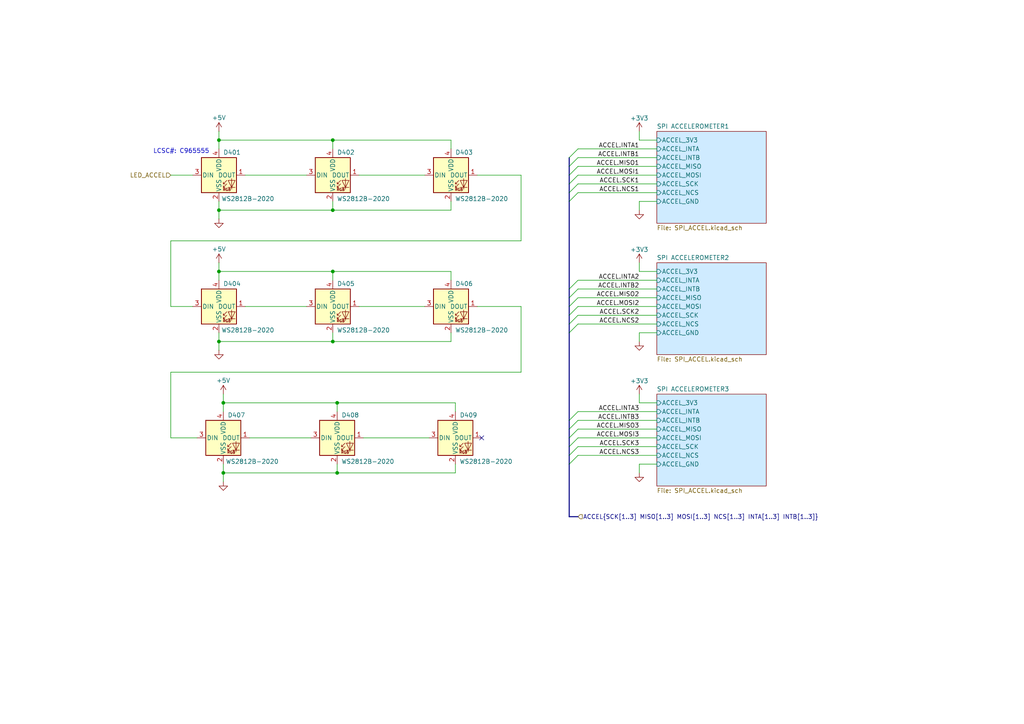
<source format=kicad_sch>
(kicad_sch (version 20231120) (generator "eeschema") (generator_version "8.0")
  (paper "A4")
  (lib_symbols
    (symbol "LED:WS2812B-2020" (pin_names (offset 0.254))
      (property "Reference" "D" (at 5.08 5.715 0))
      (property "Value" "WS2812B-2020" (at 1.27 -5.715 0))
      (symbol "WS2812B-2020_0_0"
        (text "RGB" (at 2.286 -4.191 0) (effects (font (size 0.762 0.762))))
      )
      (symbol "WS2812B-2020_0_1"
        (polyline (pts (xy 1.27 -3.556) (xy 1.778 -3.556)))
        (polyline (pts (xy 1.27 -2.54) (xy 1.778 -2.54)))
        (polyline (pts (xy 4.699 -3.556) (xy 2.667 -3.556)))
        (polyline (pts (xy 2.286 -2.54) (xy 1.27 -3.556) (xy 1.27 -3.048)))
        (polyline (pts (xy 2.286 -1.524) (xy 1.27 -2.54) (xy 1.27 -2.032)))
        (polyline (pts (xy 3.683 -1.016) (xy 3.683 -3.556) (xy 3.683 -4.064)))
        (polyline (pts (xy 4.699 -1.524) (xy 2.667 -1.524) (xy 3.683 -3.556) (xy 4.699 -1.524)))
        (rectangle (start 5.08 5.08) (end -5.08 -5.08) (stroke (width 0.254)) (fill (type background)))
      )
      (symbol "WS2812B-2020_1_1"
        (pin output line (at 7.62 0 180) (length 2.54) (name "DOUT") (number "1"))
        (pin power_in line (at 0 -7.62 90) (length 2.54) (name "VSS") (number "2"))
        (pin input line (at -7.62 0 0) (length 2.54) (name "DIN") (number "3"))
        (pin power_in line (at 0 7.62 270) (length 2.54) (name "VDD") (number "4"))
      )
    )
    (symbol "power:+3V3" (power) (pin_numbers hide) (pin_names (offset 0) hide)
      (property "Value" "+3V3" (at 0 3.556 0))
      (symbol "+3V3_0_1"
        (polyline (pts (xy -0.762 1.27) (xy 0 2.54)))
        (polyline (pts (xy 0 0) (xy 0 2.54)))
        (polyline (pts (xy 0 2.54) (xy 0.762 1.27)))
      )
      (symbol "+3V3_1_1"
        (pin power_in line (at 0 0 90) (length 0) (name "~") (number "1"))
      )
    )
    (symbol "power:+5V" (power) (pin_numbers hide) (pin_names (offset 0) hide)
      (property "Value" "+5V" (at 0 3.556 0))
      (symbol "+5V_0_1"
        (polyline (pts (xy -0.762 1.27) (xy 0 2.54)))
        (polyline (pts (xy 0 0) (xy 0 2.54)))
        (polyline (pts (xy 0 2.54) (xy 0.762 1.27)))
      )
      (symbol "+5V_1_1"
        (pin power_in line (at 0 0 90) (length 0) (name "~") (number "1"))
      )
    )
    (symbol "power:GND" (power) (pin_numbers hide) (pin_names (offset 0) hide)
      (property "Value" "GND" (at 0 -3.81 0))
      (symbol "GND_0_1"
        (polyline (pts (xy 0 0) (xy 0 -1.27) (xy 1.27 -1.27) (xy 0 -2.54) (xy -1.27 -1.27) (xy 0 -1.27)))
      )
      (symbol "GND_1_1"
        (pin power_in line (at 0 0 270) (length 0) (name "~") (number "1"))
      )
    )
  )
  (junction (at 96.52 40.64))
  (junction (at 97.79 137.16))
  (junction (at 96.52 99.06))
  (junction (at 63.5 78.74))
  (junction (at 96.52 78.74))
  (junction (at 63.5 99.06))
  (junction (at 64.77 116.84))
  (junction (at 96.52 60.96))
  (junction (at 64.77 137.16))
  (junction (at 63.5 40.64))
  (junction (at 63.5 60.96))
  (junction (at 97.79 116.84))
  (no_connect (at 139.7 127))
  (bus_entry (at 165.1 55.88) (size 2.54 -2.54))
  (bus_entry (at 165.1 132.08) (size 2.54 -2.54))
  (bus_entry (at 165.1 91.44) (size 2.54 -2.54))
  (bus_entry (at 165.1 121.92) (size 2.54 -2.54))
  (bus_entry (at 165.1 53.34) (size 2.54 -2.54))
  (bus_entry (at 165.1 86.36) (size 2.54 -2.54))
  (bus_entry (at 165.1 50.8) (size 2.54 -2.54))
  (bus_entry (at 165.1 58.42) (size 2.54 -2.54))
  (bus_entry (at 165.1 124.46) (size 2.54 -2.54))
  (bus_entry (at 165.1 96.52) (size 2.54 -2.54))
  (bus_entry (at 165.1 134.62) (size 2.54 -2.54))
  (bus_entry (at 165.1 88.9) (size 2.54 -2.54))
  (bus_entry (at 165.1 45.72) (size 2.54 -2.54))
  (bus_entry (at 165.1 129.54) (size 2.54 -2.54))
  (bus_entry (at 165.1 83.82) (size 2.54 -2.54))
  (bus_entry (at 165.1 93.98) (size 2.54 -2.54))
  (bus_entry (at 165.1 48.26) (size 2.54 -2.54))
  (bus_entry (at 165.1 127) (size 2.54 -2.54))
  (bus (pts (xy 165.1 124.46) (xy 165.1 127)))
  (wire (pts (xy 185.42 134.62) (xy 190.5 134.62)))
  (wire (pts (xy 167.64 127) (xy 190.5 127)))
  (wire (pts (xy 96.52 58.42) (xy 96.52 60.96)))
  (wire (pts (xy 167.64 81.28) (xy 190.5 81.28)))
  (wire (pts (xy 167.64 48.26) (xy 190.5 48.26)))
  (wire (pts (xy 97.79 116.84) (xy 132.08 116.84)))
  (bus (pts (xy 165.1 93.98) (xy 165.1 96.52)))
  (wire (pts (xy 167.64 129.54) (xy 190.5 129.54)))
  (wire (pts (xy 130.81 58.42) (xy 130.81 60.96)))
  (wire (pts (xy 63.5 99.06) (xy 96.52 99.06)))
  (wire (pts (xy 167.64 119.38) (xy 190.5 119.38)))
  (wire (pts (xy 167.64 124.46) (xy 190.5 124.46)))
  (wire (pts (xy 104.14 88.9) (xy 123.19 88.9)))
  (wire (pts (xy 63.5 38.1) (xy 63.5 40.64)))
  (wire (pts (xy 96.52 78.74) (xy 96.52 81.28)))
  (wire (pts (xy 96.52 60.96) (xy 130.81 60.96)))
  (bus (pts (xy 165.1 48.26) (xy 165.1 50.8)))
  (wire (pts (xy 185.42 116.84) (xy 190.5 116.84)))
  (bus (pts (xy 165.1 45.72) (xy 165.1 48.26)))
  (bus (pts (xy 165.1 91.44) (xy 165.1 93.98)))
  (wire (pts (xy 97.79 134.62) (xy 97.79 137.16)))
  (wire (pts (xy 167.64 43.18) (xy 190.5 43.18)))
  (wire (pts (xy 185.42 76.2) (xy 185.42 78.74)))
  (wire (pts (xy 96.52 78.74) (xy 130.81 78.74)))
  (wire (pts (xy 185.42 40.64) (xy 190.5 40.64)))
  (wire (pts (xy 167.64 86.36) (xy 190.5 86.36)))
  (wire (pts (xy 167.64 93.98) (xy 190.5 93.98)))
  (wire (pts (xy 185.42 99.06) (xy 185.42 96.52)))
  (wire (pts (xy 63.5 76.2) (xy 63.5 78.74)))
  (wire (pts (xy 64.77 114.3) (xy 64.77 116.84)))
  (wire (pts (xy 185.42 137.16) (xy 185.42 134.62)))
  (bus (pts (xy 165.1 132.08) (xy 165.1 134.62)))
  (wire (pts (xy 97.79 116.84) (xy 97.79 119.38)))
  (wire (pts (xy 49.53 69.85) (xy 49.53 88.9)))
  (wire (pts (xy 167.64 45.72) (xy 190.5 45.72)))
  (wire (pts (xy 63.5 43.18) (xy 63.5 40.64)))
  (wire (pts (xy 167.64 53.34) (xy 190.5 53.34)))
  (wire (pts (xy 167.64 55.88) (xy 190.5 55.88)))
  (wire (pts (xy 64.77 134.62) (xy 64.77 137.16)))
  (wire (pts (xy 185.42 60.96) (xy 185.42 58.42)))
  (wire (pts (xy 49.53 107.95) (xy 49.53 127)))
  (wire (pts (xy 138.43 88.9) (xy 151.13 88.9)))
  (wire (pts (xy 63.5 81.28) (xy 63.5 78.74)))
  (wire (pts (xy 49.53 127) (xy 57.15 127)))
  (wire (pts (xy 49.53 50.8) (xy 55.88 50.8)))
  (bus (pts (xy 165.1 129.54) (xy 165.1 132.08)))
  (bus (pts (xy 165.1 96.52) (xy 165.1 121.92)))
  (wire (pts (xy 167.64 121.92) (xy 190.5 121.92)))
  (bus (pts (xy 165.1 50.8) (xy 165.1 53.34)))
  (wire (pts (xy 132.08 116.84) (xy 132.08 119.38)))
  (wire (pts (xy 63.5 58.42) (xy 63.5 60.96)))
  (wire (pts (xy 151.13 88.9) (xy 151.13 107.95)))
  (wire (pts (xy 72.39 127) (xy 90.17 127)))
  (bus (pts (xy 165.1 58.42) (xy 165.1 83.82)))
  (wire (pts (xy 185.42 78.74) (xy 190.5 78.74)))
  (wire (pts (xy 63.5 96.52) (xy 63.5 99.06)))
  (wire (pts (xy 96.52 40.64) (xy 96.52 43.18)))
  (wire (pts (xy 63.5 60.96) (xy 96.52 60.96)))
  (bus (pts (xy 165.1 121.92) (xy 165.1 124.46)))
  (wire (pts (xy 167.64 91.44) (xy 190.5 91.44)))
  (wire (pts (xy 185.42 96.52) (xy 190.5 96.52)))
  (wire (pts (xy 49.53 88.9) (xy 55.88 88.9)))
  (wire (pts (xy 63.5 78.74) (xy 96.52 78.74)))
  (wire (pts (xy 167.64 83.82) (xy 190.5 83.82)))
  (wire (pts (xy 185.42 38.1) (xy 185.42 40.64)))
  (wire (pts (xy 167.64 88.9) (xy 190.5 88.9)))
  (wire (pts (xy 104.14 50.8) (xy 123.19 50.8)))
  (wire (pts (xy 71.12 88.9) (xy 88.9 88.9)))
  (wire (pts (xy 64.77 137.16) (xy 97.79 137.16)))
  (wire (pts (xy 105.41 127) (xy 124.46 127)))
  (bus (pts (xy 165.1 83.82) (xy 165.1 86.36)))
  (wire (pts (xy 64.77 139.7) (xy 64.77 137.16)))
  (wire (pts (xy 167.64 132.08) (xy 190.5 132.08)))
  (wire (pts (xy 64.77 116.84) (xy 97.79 116.84)))
  (wire (pts (xy 71.12 50.8) (xy 88.9 50.8)))
  (bus (pts (xy 165.1 55.88) (xy 165.1 58.42)))
  (wire (pts (xy 63.5 40.64) (xy 96.52 40.64)))
  (wire (pts (xy 151.13 50.8) (xy 151.13 69.85)))
  (wire (pts (xy 130.81 78.74) (xy 130.81 81.28)))
  (wire (pts (xy 63.5 101.6) (xy 63.5 99.06)))
  (bus (pts (xy 165.1 134.62) (xy 165.1 149.86)))
  (wire (pts (xy 167.64 50.8) (xy 190.5 50.8)))
  (wire (pts (xy 130.81 96.52) (xy 130.81 99.06)))
  (wire (pts (xy 151.13 69.85) (xy 49.53 69.85)))
  (bus (pts (xy 165.1 86.36) (xy 165.1 88.9)))
  (wire (pts (xy 185.42 58.42) (xy 190.5 58.42)))
  (bus (pts (xy 165.1 88.9) (xy 165.1 91.44)))
  (wire (pts (xy 64.77 119.38) (xy 64.77 116.84)))
  (wire (pts (xy 130.81 40.64) (xy 130.81 43.18)))
  (wire (pts (xy 96.52 96.52) (xy 96.52 99.06)))
  (wire (pts (xy 97.79 137.16) (xy 132.08 137.16)))
  (bus (pts (xy 165.1 127) (xy 165.1 129.54)))
  (bus (pts (xy 165.1 53.34) (xy 165.1 55.88)))
  (wire (pts (xy 185.42 114.3) (xy 185.42 116.84)))
  (wire (pts (xy 96.52 99.06) (xy 130.81 99.06)))
  (wire (pts (xy 151.13 107.95) (xy 49.53 107.95)))
  (wire (pts (xy 132.08 134.62) (xy 132.08 137.16)))
  (bus (pts (xy 167.64 149.86) (xy 165.1 149.86)))
  (wire (pts (xy 138.43 50.8) (xy 151.13 50.8)))
  (wire (pts (xy 96.52 40.64) (xy 130.81 40.64)))
  (wire (pts (xy 63.5 63.5) (xy 63.5 60.96)))
  (text "LCSC#: C965555" (at 52.578 43.942 0) (effects (font (size 1.27 1.27))))
  (label "ACCEL.NCS3" (at 185.42 132.08 180))
  (label "ACCEL.MISO1" (at 185.42 48.26 180))
  (label "ACCEL.MOSI2" (at 185.42 88.9 180))
  (label "ACCEL.NCS1" (at 185.42 55.88 180))
  (label "ACCEL.INTA3" (at 185.42 119.38 180))
  (label "ACCEL.INTB1" (at 185.42 45.72 180))
  (label "ACCEL.INTB2" (at 185.42 83.82 180))
  (label "ACCEL.SCK2" (at 185.42 91.44 180))
  (label "ACCEL.MISO2" (at 185.42 86.36 180))
  (label "ACCEL.INTA2" (at 185.42 81.28 180))
  (label "ACCEL.MOSI1" (at 185.42 50.8 180))
  (label "ACCEL.SCK1" (at 185.42 53.34 180))
  (label "ACCEL.INTA1" (at 185.42 43.18 180))
  (label "ACCEL.INTB3" (at 185.42 121.92 180))
  (label "ACCEL.MISO3" (at 185.42 124.46 180))
  (label "ACCEL.MOSI3" (at 185.42 127 180))
  (label "ACCEL.NCS2" (at 185.42 93.98 180))
  (label "ACCEL.SCK3" (at 185.42 129.54 180))
  (hierarchical_label "ACCEL{SCK[1..3] MISO[1..3] MOSI[1..3] NCS[1..3] INTA[1..3] INTB[1..3]}" (shape input) (at 167.64 149.86 0) (effects (font (size 1.25 1.25))))
  (hierarchical_label "LED_ACCEL" (shape input) (at 49.53 50.8 180))
  (symbol (lib_id "power:+3V3") (at 185.42 38.1 0) (unit 1)
    (property "Reference" "#PWR031" (effects (hide yes)))
    (property "Value" "+3V3" (at 185.42 34.29 0))
    (property "Description" "Power symbol creates a global label with name \"+3V3\"" (effects (hide yes)))
  )
  (symbol (lib_id "LED:WS2812B-2020") (at 96.52 50.8 0) (unit 1)
    (property "Reference" "D402" (at 100.33 44.196 0))
    (property "Value" "WS2812B-2020" (at 105.41 57.658 0))
    (property "Footprint" "LED_SMD:LED_WS2812B-2020_PLCC4_2.0x2.0mm" (effects (hide yes)))
    (property "Datasheet" "https://cdn-shop.adafruit.com/product-files/4684/4684_WS2812B-2020_V1.3_EN.pdf" (effects (hide yes)))
    (property "Description" "RGB LED with integrated controller, 2.0 x 2.0 mm, 12 mA" (effects (hide yes)))
  )
  (symbol (lib_id "LED:WS2812B-2020") (at 130.81 88.9 0) (unit 1)
    (property "Reference" "D406" (at 134.62 82.296 0))
    (property "Value" "WS2812B-2020" (at 139.7 95.758 0))
    (property "Footprint" "LED_SMD:LED_WS2812B-2020_PLCC4_2.0x2.0mm" (effects (hide yes)))
    (property "Datasheet" "https://cdn-shop.adafruit.com/product-files/4684/4684_WS2812B-2020_V1.3_EN.pdf" (effects (hide yes)))
    (property "Description" "RGB LED with integrated controller, 2.0 x 2.0 mm, 12 mA" (effects (hide yes)))
  )
  (symbol (lib_id "power:GND") (at 185.42 60.96 0) (unit 1)
    (property "Reference" "#PWR032" (effects (hide yes)))
    (property "Value" "GND" (effects (hide yes)))
    (property "Description" "Power symbol creates a global label with name \"GND\" , ground" (effects (hide yes)))
  )
  (symbol (lib_id "power:+3V3") (at 185.42 114.3 0) (unit 1)
    (property "Reference" "#PWR035" (effects (hide yes)))
    (property "Value" "+3V3" (at 185.42 110.49 0))
    (property "Description" "Power symbol creates a global label with name \"+3V3\"" (effects (hide yes)))
  )
  (symbol (lib_id "power:+5V") (at 63.5 76.2 0) (unit 1)
    (property "Reference" "#PWR056" (effects (hide yes)))
    (property "Value" "+5V" (at 63.5 72.263 0))
    (property "Description" "Power symbol creates a global label with name \"+5V\"" (effects (hide yes)))
  )
  (symbol (lib_id "power:GND") (at 63.5 101.6 0) (unit 1)
    (property "Reference" "#PWR057" (effects (hide yes)))
    (property "Value" "GND" (effects (hide yes)))
    (property "Description" "Power symbol creates a global label with name \"GND\" , ground" (effects (hide yes)))
  )
  (symbol (lib_id "power:+5V") (at 64.77 114.3 0) (unit 1)
    (property "Reference" "#PWR058" (effects (hide yes)))
    (property "Value" "+5V" (at 64.77 110.363 0))
    (property "Description" "Power symbol creates a global label with name \"+5V\"" (effects (hide yes)))
  )
  (symbol (lib_id "LED:WS2812B-2020") (at 97.79 127 0) (unit 1)
    (property "Reference" "D408" (at 101.6 120.396 0))
    (property "Value" "WS2812B-2020" (at 106.68 133.858 0))
    (property "Footprint" "LED_SMD:LED_WS2812B-2020_PLCC4_2.0x2.0mm" (effects (hide yes)))
    (property "Datasheet" "https://cdn-shop.adafruit.com/product-files/4684/4684_WS2812B-2020_V1.3_EN.pdf" (effects (hide yes)))
    (property "Description" "RGB LED with integrated controller, 2.0 x 2.0 mm, 12 mA" (effects (hide yes)))
  )
  (symbol (lib_id "LED:WS2812B-2020") (at 130.81 50.8 0) (unit 1)
    (property "Reference" "D403" (at 134.62 44.196 0))
    (property "Value" "WS2812B-2020" (at 139.7 57.658 0))
    (property "Footprint" "LED_SMD:LED_WS2812B-2020_PLCC4_2.0x2.0mm" (effects (hide yes)))
    (property "Datasheet" "https://cdn-shop.adafruit.com/product-files/4684/4684_WS2812B-2020_V1.3_EN.pdf" (effects (hide yes)))
    (property "Description" "RGB LED with integrated controller, 2.0 x 2.0 mm, 12 mA" (effects (hide yes)))
  )
  (symbol (lib_id "power:+3V3") (at 185.42 76.2 0) (unit 1)
    (property "Reference" "#PWR033" (effects (hide yes)))
    (property "Value" "+3V3" (at 185.42 72.39 0))
    (property "Description" "Power symbol creates a global label with name \"+3V3\"" (effects (hide yes)))
  )
  (symbol (lib_id "LED:WS2812B-2020") (at 63.5 50.8 0) (unit 1)
    (property "Reference" "D401" (at 67.31 44.196 0))
    (property "Value" "WS2812B-2020" (at 71.882 57.658 0))
    (property "Footprint" "LED_SMD:LED_WS2812B-2020_PLCC4_2.0x2.0mm" (effects (hide yes)))
    (property "Datasheet" "https://cdn-shop.adafruit.com/product-files/4684/4684_WS2812B-2020_V1.3_EN.pdf" (effects (hide yes)))
    (property "Description" "RGB LED with integrated controller, 2.0 x 2.0 mm, 12 mA" (effects (hide yes)))
  )
  (symbol (lib_id "power:GND") (at 185.42 137.16 0) (unit 1)
    (property "Reference" "#PWR038" (effects (hide yes)))
    (property "Value" "GND" (effects (hide yes)))
    (property "Description" "Power symbol creates a global label with name \"GND\" , ground" (effects (hide yes)))
  )
  (symbol (lib_id "LED:WS2812B-2020") (at 132.08 127 0) (unit 1)
    (property "Reference" "D409" (at 135.89 120.396 0))
    (property "Value" "WS2812B-2020" (at 140.97 133.858 0))
    (property "Footprint" "LED_SMD:LED_WS2812B-2020_PLCC4_2.0x2.0mm" (effects (hide yes)))
    (property "Datasheet" "https://cdn-shop.adafruit.com/product-files/4684/4684_WS2812B-2020_V1.3_EN.pdf" (effects (hide yes)))
    (property "Description" "RGB LED with integrated controller, 2.0 x 2.0 mm, 12 mA" (effects (hide yes)))
  )
  (symbol (lib_id "LED:WS2812B-2020") (at 64.77 127 0) (unit 1)
    (property "Reference" "D407" (at 68.58 120.396 0))
    (property "Value" "WS2812B-2020" (at 73.152 133.858 0))
    (property "Footprint" "LED_SMD:LED_WS2812B-2020_PLCC4_2.0x2.0mm" (effects (hide yes)))
    (property "Datasheet" "https://cdn-shop.adafruit.com/product-files/4684/4684_WS2812B-2020_V1.3_EN.pdf" (effects (hide yes)))
    (property "Description" "RGB LED with integrated controller, 2.0 x 2.0 mm, 12 mA" (effects (hide yes)))
  )
  (symbol (lib_id "power:GND") (at 64.77 139.7 0) (unit 1)
    (property "Reference" "#PWR059" (effects (hide yes)))
    (property "Value" "GND" (effects (hide yes)))
    (property "Description" "Power symbol creates a global label with name \"GND\" , ground" (effects (hide yes)))
  )
  (symbol (lib_id "power:GND") (at 63.5 63.5 0) (unit 1)
    (property "Reference" "#PWR055" (effects (hide yes)))
    (property "Value" "GND" (effects (hide yes)))
    (property "Description" "Power symbol creates a global label with name \"GND\" , ground" (effects (hide yes)))
  )
  (symbol (lib_id "power:+5V") (at 63.5 38.1 0) (unit 1)
    (property "Reference" "#PWR054" (effects (hide yes)))
    (property "Value" "+5V" (at 63.5 34.163 0))
    (property "Description" "Power symbol creates a global label with name \"+5V\"" (effects (hide yes)))
  )
  (symbol (lib_id "LED:WS2812B-2020") (at 96.52 88.9 0) (unit 1)
    (property "Reference" "D405" (at 100.33 82.296 0))
    (property "Value" "WS2812B-2020" (at 105.41 95.758 0))
    (property "Footprint" "LED_SMD:LED_WS2812B-2020_PLCC4_2.0x2.0mm" (effects (hide yes)))
    (property "Datasheet" "https://cdn-shop.adafruit.com/product-files/4684/4684_WS2812B-2020_V1.3_EN.pdf" (effects (hide yes)))
    (property "Description" "RGB LED with integrated controller, 2.0 x 2.0 mm, 12 mA" (effects (hide yes)))
  )
  (symbol (lib_id "LED:WS2812B-2020") (at 63.5 88.9 0) (unit 1)
    (property "Reference" "D404" (at 67.31 82.296 0))
    (property "Value" "WS2812B-2020" (at 71.882 95.758 0))
    (property "Footprint" "LED_SMD:LED_WS2812B-2020_PLCC4_2.0x2.0mm" (effects (hide yes)))
    (property "Datasheet" "https://cdn-shop.adafruit.com/product-files/4684/4684_WS2812B-2020_V1.3_EN.pdf" (effects (hide yes)))
    (property "Description" "RGB LED with integrated controller, 2.0 x 2.0 mm, 12 mA" (effects (hide yes)))
  )
  (symbol (lib_id "power:GND") (at 185.42 99.06 0) (unit 1)
    (property "Reference" "#PWR034" (effects (hide yes)))
    (property "Value" "GND" (effects (hide yes)))
    (property "Description" "Power symbol creates a global label with name \"GND\" , ground" (effects (hide yes)))
  )
  (sheet (at 190.5 38.1) (size 31.75 26.67) (stroke (width 0.1524)) (fill (color 161 216 255 0.5000))
    (property "Sheetname" "SPI ACCELEROMETER1" (at 190.5 37.3884 0) (effects (justify left bottom)))
    (property "Sheetfile" "SPI_ACCEL.kicad_sch" (at 190.5 65.3546 0) (effects (justify left top)))
    (pin "ACCEL_INTA" input (at 190.5 43.18 180))
    (pin "ACCEL_INTB" input (at 190.5 45.72 180))
    (pin "ACCEL_3V3" input (at 190.5 40.64 180))
    (pin "ACCEL_MISO" input (at 190.5 48.26 180))
    (pin "ACCEL_MOSI" input (at 190.5 50.8 180))
    (pin "ACCEL_NCS" input (at 190.5 55.88 180))
    (pin "ACCEL_SCK" input (at 190.5 53.34 180))
    (pin "ACCEL_GND" input (at 190.5 58.42 180))
  )
  (sheet (at 190.5 114.3) (size 31.75 26.67) (stroke (width 0.1524)) (fill (color 161 216 255 0.5000))
    (property "Sheetname" "SPI ACCELEROMETER3" (at 190.5 113.5884 0) (effects (justify left bottom)))
    (property "Sheetfile" "SPI_ACCEL.kicad_sch" (at 190.5 141.5546 0) (effects (justify left top)))
    (pin "ACCEL_INTA" input (at 190.5 119.38 180))
    (pin "ACCEL_INTB" input (at 190.5 121.92 180))
    (pin "ACCEL_3V3" input (at 190.5 116.84 180))
    (pin "ACCEL_MISO" input (at 190.5 124.46 180))
    (pin "ACCEL_MOSI" input (at 190.5 127 180))
    (pin "ACCEL_NCS" input (at 190.5 132.08 180))
    (pin "ACCEL_SCK" input (at 190.5 129.54 180))
    (pin "ACCEL_GND" input (at 190.5 134.62 180))
  )
  (sheet (at 190.5 76.2) (size 31.75 26.67) (stroke (width 0.1524)) (fill (color 161 216 255 0.5000))
    (property "Sheetname" "SPI ACCELEROMETER2" (at 190.5 75.4884 0) (effects (justify left bottom)))
    (property "Sheetfile" "SPI_ACCEL.kicad_sch" (at 190.5 103.4546 0) (effects (justify left top)))
    (pin "ACCEL_INTA" input (at 190.5 81.28 180))
    (pin "ACCEL_INTB" input (at 190.5 83.82 180))
    (pin "ACCEL_3V3" input (at 190.5 78.74 180))
    (pin "ACCEL_MISO" input (at 190.5 86.36 180))
    (pin "ACCEL_MOSI" input (at 190.5 88.9 180))
    (pin "ACCEL_NCS" input (at 190.5 93.98 180))
    (pin "ACCEL_SCK" input (at 190.5 91.44 180))
    (pin "ACCEL_GND" input (at 190.5 96.52 180))
  )
)
</source>
